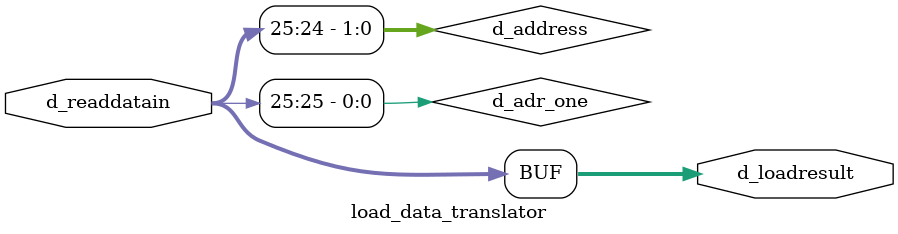
<source format=v>
module load_data_translator(
    d_readdatain,
    d_loadresult);
input [31:0] d_readdatain;
output [31:0] d_loadresult;
wire d_adr_one;
assign d_adr_one = d_address [1];
reg [31:0] d_loadresult;
reg sign;
wire [1:0] d_address;
assign d_address [1:0] =d_readdatain [25:24];
always @(d_readdatain or d_address )
begin
            d_loadresult[31:0]=d_readdatain[31:0];
end
endmodule
</source>
